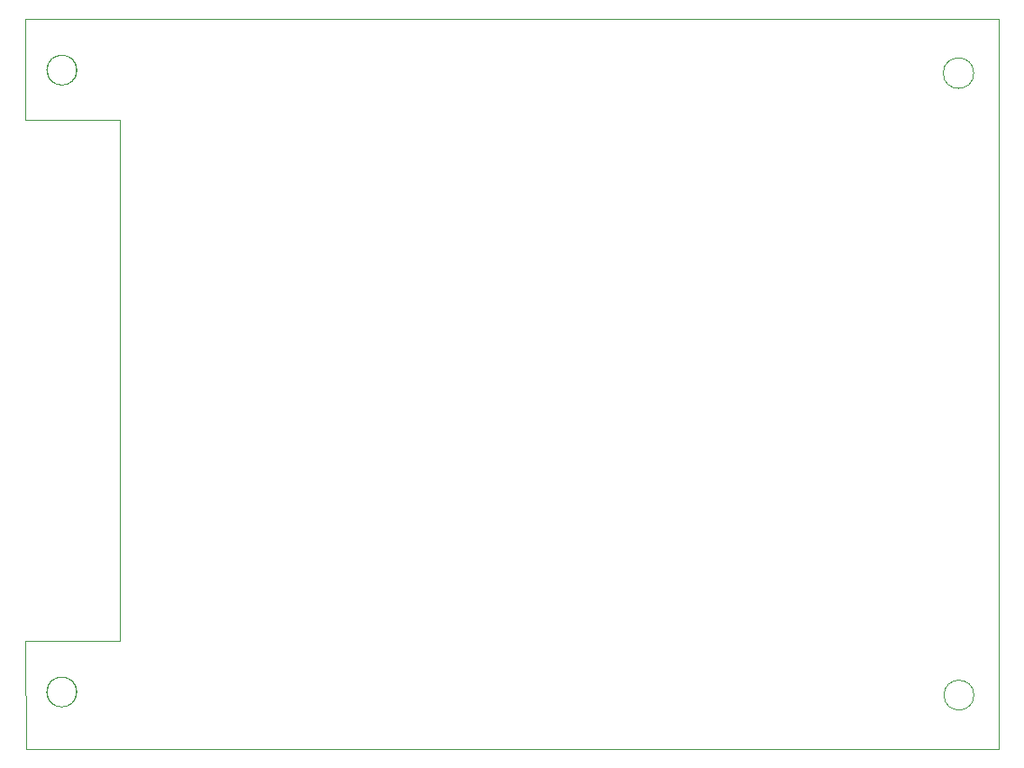
<source format=gbr>
%TF.GenerationSoftware,KiCad,Pcbnew,8.0.2*%
%TF.CreationDate,2024-09-30T18:20:34+03:00*%
%TF.ProjectId,board,626f6172-642e-46b6-9963-61645f706362,rev?*%
%TF.SameCoordinates,Original*%
%TF.FileFunction,Profile,NP*%
%FSLAX46Y46*%
G04 Gerber Fmt 4.6, Leading zero omitted, Abs format (unit mm)*
G04 Created by KiCad (PCBNEW 8.0.2) date 2024-09-30 18:20:34*
%MOMM*%
%LPD*%
G01*
G04 APERTURE LIST*
%TA.AperFunction,Profile*%
%ADD10C,0.100000*%
%TD*%
G04 APERTURE END LIST*
D10*
X103161427Y-53301285D02*
G75*
G02*
X100358857Y-53301285I-1401285J0D01*
G01*
X100358857Y-53301285D02*
G75*
G02*
X103161427Y-53301285I1401285J0D01*
G01*
X98270142Y-58000001D02*
X107220177Y-58000001D01*
X187392184Y-53580000D02*
G75*
G02*
X184528100Y-53580000I-1432042J0D01*
G01*
X184528100Y-53580000D02*
G75*
G02*
X187392184Y-53580000I1432042J0D01*
G01*
X98330142Y-106920000D02*
X98350142Y-117080000D01*
X189770142Y-117080000D02*
X189770142Y-48500000D01*
X187400143Y-112000000D02*
G75*
G02*
X184599857Y-112000000I-1400143J0D01*
G01*
X184599857Y-112000000D02*
G75*
G02*
X187400143Y-112000000I1400143J0D01*
G01*
X103150713Y-111710571D02*
G75*
G02*
X100349571Y-111710571I-1400571J0D01*
G01*
X100349571Y-111710571D02*
G75*
G02*
X103150713Y-111710571I1400571J0D01*
G01*
X107220142Y-58025000D02*
X107220142Y-106920000D01*
X98270142Y-48500000D02*
X189770142Y-48500000D01*
X103126427Y-53301285D02*
G75*
G02*
X100323857Y-53301285I-1401285J0D01*
G01*
X100323857Y-53301285D02*
G75*
G02*
X103126427Y-53301285I1401285J0D01*
G01*
X107220142Y-106920000D02*
X98330142Y-106920000D01*
X189770142Y-117080000D02*
X98350142Y-117080000D01*
X98270142Y-48500000D02*
X98270142Y-58000001D01*
X103115713Y-111710571D02*
G75*
G02*
X100314571Y-111710571I-1400571J0D01*
G01*
X100314571Y-111710571D02*
G75*
G02*
X103115713Y-111710571I1400571J0D01*
G01*
M02*

</source>
